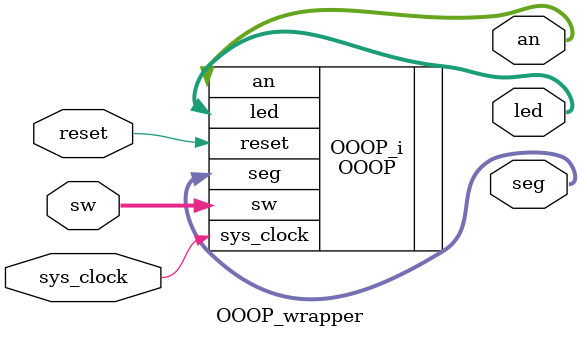
<source format=v>
`timescale 1 ps / 1 ps

module OOOP_wrapper
   (an,
    led,
    reset,
    seg,
    sw,
    sys_clock);
  output [3:0]an;
  output [15:0]led;
  input reset;
  output [6:0]seg;
  input [15:0]sw;
  input sys_clock;

  wire [3:0]an;
  wire [15:0]led;
  wire reset;
  wire [6:0]seg;
  wire [15:0]sw;
  wire sys_clock;

  OOOP OOOP_i
       (.an(an),
        .led(led),
        .reset(reset),
        .seg(seg),
        .sw(sw),
        .sys_clock(sys_clock));
endmodule

</source>
